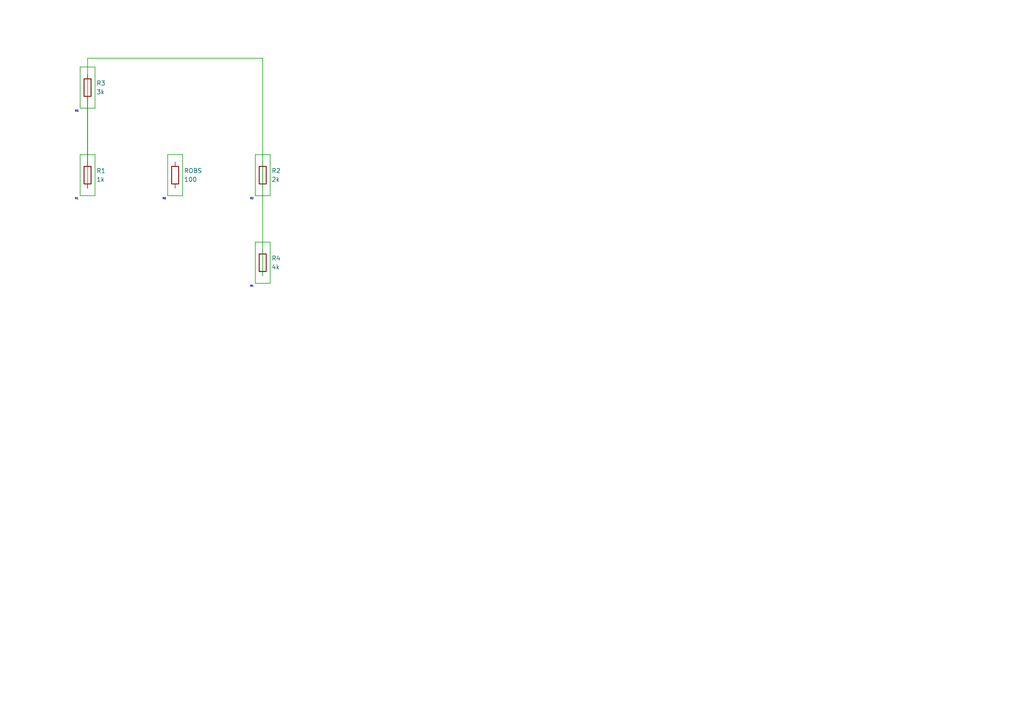
<source format=kicad_sch>
(kicad_sch (version 20250114) (generator "eeschema") (generator_version "9.0")
  (paper "A4")
  (title_block (title "Manhattan Routing Demo"))
  (lib_symbols
    (symbol "Device:R" (pin_numbers (hide yes)) (pin_names (offset 0))
      (property "Reference" "R" (at 2.032 0 90))
      (property "Value" "R" (at 0 0 90))
      (symbol "R_0_1"
        (rectangle (start -1.016 -2.54) (end 1.016 2.54) (stroke (width 0.254)))
      )
      (symbol "R_1_1"
        (pin passive line (at 0 3.81 270) (length 1.27) (name "~") (number "1"))
        (pin passive line (at 0 -3.81 90) (length 1.27) (name "~") (number "2"))
      )
    )
  )
  (symbol (lib_id "Device:R") (at 25.4 50.8 0) (unit 1)
    (property "Reference" "R1" (at 27.94 49.5299 0) (effects (justify left)))
    (property "Value" "1k" (at 27.94 52.0699 0) (effects (justify left)))
  )
  (symbol (lib_id "Device:R") (at 50.8 50.8 0) (unit 1)
    (property "Reference" "ROBS" (at 53.34 49.5299 0) (effects (justify left)))
    (property "Value" "100" (at 53.34 52.0699 0) (effects (justify left)))
  )
  (symbol (lib_id "Device:R") (at 76.2 50.8 0) (unit 1)
    (property "Reference" "R2" (at 78.74 49.5299 0) (effects (justify left)))
    (property "Value" "2k" (at 78.74 52.0699 0) (effects (justify left)))
  )
  (symbol (lib_id "Device:R") (at 25.4 25.4 0) (unit 1)
    (property "Reference" "R3" (at 27.94 24.1299 0) (effects (justify left)))
    (property "Value" "3k" (at 27.94 26.6699 0) (effects (justify left)))
  )
  (symbol (lib_id "Device:R") (at 76.2 76.2 0) (unit 1)
    (property "Reference" "R4" (at 78.74 74.9299 0) (effects (justify left)))
    (property "Value" "4k" (at 78.74 77.4699 0) (effects (justify left)))
  )
  (wire (pts (xy 25.4 46.99) (xy 25.4 16.891)))
  (wire (pts (xy 25.4 16.891) (xy 76.2 16.891)))
  (wire (pts (xy 76.2 16.891) (xy 76.2 54.61)))
  (wire (pts (xy 25.4 54.61) (xy 25.4 29.21)))
  (wire (pts (xy 76.2 46.99) (xy 76.2 80.01)))
  (wire (pts (xy 23.241 44.831) (xy 27.559 44.831)))
  (wire (pts (xy 27.559 44.831) (xy 27.559 56.769)))
  (wire (pts (xy 27.559 56.769) (xy 23.241 56.769)))
  (wire (pts (xy 23.241 56.769) (xy 23.241 44.831)))
  (wire (pts (xy 48.641 44.831) (xy 52.959 44.831)))
  (wire (pts (xy 52.959 44.831) (xy 52.959 56.769)))
  (wire (pts (xy 52.959 56.769) (xy 48.641 56.769)))
  (wire (pts (xy 48.641 56.769) (xy 48.641 44.831)))
  (wire (pts (xy 74.041 44.831) (xy 78.359 44.831)))
  (wire (pts (xy 78.359 44.831) (xy 78.359 56.769)))
  (wire (pts (xy 78.359 56.769) (xy 74.041 56.769)))
  (wire (pts (xy 74.041 56.769) (xy 74.041 44.831)))
  (wire (pts (xy 23.241 19.431) (xy 27.559 19.431)))
  (wire (pts (xy 27.559 19.431) (xy 27.559 31.369)))
  (wire (pts (xy 27.559 31.369) (xy 23.241 31.369)))
  (wire (pts (xy 23.241 31.369) (xy 23.241 19.431)))
  (wire (pts (xy 74.041 70.231) (xy 78.359 70.231)))
  (wire (pts (xy 78.359 70.231) (xy 78.359 82.169)))
  (wire (pts (xy 78.359 82.169) (xy 74.041 82.169)))
  (wire (pts (xy 74.041 82.169) (xy 74.041 70.231)))
  (text R1 (at 22.241 57.769 0.0000) (effects (font (size 0.5 0.5))))
  (text RO (at 47.641 57.769 0.0000) (effects (font (size 0.5 0.5))))
  (text R2 (at 73.041 57.769 0.0000) (effects (font (size 0.5 0.5))))
  (text R3 (at 22.241 32.369 0.0000) (effects (font (size 0.5 0.5))))
  (text R4 (at 73.041 83.169 0.0000) (effects (font (size 0.5 0.5))))
)
</source>
